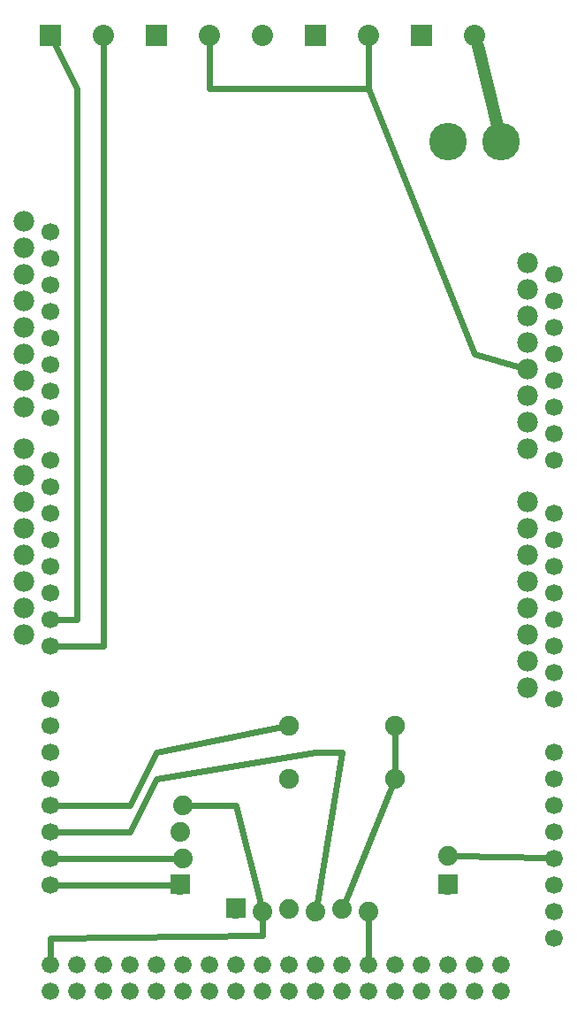
<source format=gbl>
G04 MADE WITH FRITZING*
G04 WWW.FRITZING.ORG*
G04 DOUBLE SIDED*
G04 HOLES PLATED*
G04 CONTOUR ON CENTER OF CONTOUR VECTOR*
%ASAXBY*%
%FSLAX23Y23*%
%MOIN*%
%OFA0B0*%
%SFA1.0B1.0*%
%ADD10C,0.066604*%
%ADD11C,0.066632*%
%ADD12C,0.065993*%
%ADD13C,0.078000*%
%ADD14C,0.074000*%
%ADD15C,0.080000*%
%ADD16C,0.075000*%
%ADD17C,0.141732*%
%ADD18R,0.080000X0.080000*%
%ADD19R,0.080000X0.079986*%
%ADD20C,0.024000*%
%ADD21C,0.048000*%
%ADD22R,0.001000X0.001000*%
%LNCOPPER0*%
G90*
G70*
G54D10*
X2143Y1016D03*
X2143Y916D03*
X2143Y816D03*
X2143Y716D03*
G54D11*
X243Y2376D03*
G54D10*
X2143Y616D03*
X2143Y516D03*
X2143Y416D03*
G54D12*
X1143Y216D03*
G54D10*
X2143Y2016D03*
X2143Y1916D03*
X2143Y2616D03*
X2143Y1816D03*
X2143Y1716D03*
X2143Y1616D03*
X2143Y1516D03*
X2143Y1416D03*
G54D12*
X343Y216D03*
G54D10*
X2143Y1316D03*
G54D12*
X1943Y216D03*
G54D11*
X243Y1816D03*
G54D12*
X743Y216D03*
X1543Y216D03*
G54D11*
X243Y2776D03*
G54D10*
X2143Y2216D03*
G54D11*
X243Y2216D03*
G54D12*
X543Y216D03*
X943Y216D03*
X1343Y216D03*
X1743Y216D03*
G54D11*
X243Y616D03*
X243Y716D03*
X243Y816D03*
X243Y2976D03*
X243Y916D03*
X243Y2576D03*
X243Y1016D03*
X243Y1116D03*
X243Y1216D03*
X243Y1316D03*
G54D10*
X2143Y2816D03*
X2143Y2416D03*
G54D11*
X243Y1616D03*
X243Y2016D03*
G54D12*
X243Y216D03*
X443Y216D03*
X643Y216D03*
X843Y216D03*
X1043Y216D03*
X1243Y216D03*
X1443Y216D03*
X1643Y216D03*
X1843Y216D03*
G54D11*
X243Y3076D03*
X243Y2876D03*
X243Y2676D03*
X243Y2476D03*
G54D10*
X2143Y2916D03*
X2143Y2716D03*
X2143Y2516D03*
X2143Y2316D03*
G54D11*
X243Y1516D03*
X243Y1716D03*
X243Y1916D03*
X243Y2116D03*
G54D12*
X243Y316D03*
X343Y316D03*
X443Y316D03*
X543Y316D03*
X643Y316D03*
X743Y316D03*
X843Y316D03*
X943Y316D03*
X1043Y316D03*
X1143Y316D03*
X1243Y316D03*
X1343Y316D03*
X1443Y316D03*
X1543Y316D03*
X1643Y316D03*
X1743Y316D03*
X1843Y316D03*
X1943Y316D03*
G54D10*
X2143Y1116D03*
X2143Y1016D03*
X2143Y916D03*
X2143Y816D03*
X2143Y716D03*
G54D11*
X243Y2376D03*
G54D10*
X2143Y616D03*
X2143Y516D03*
X2143Y416D03*
G54D12*
X1143Y216D03*
G54D10*
X2143Y2016D03*
X2143Y1916D03*
X2143Y2616D03*
X2143Y1816D03*
X2143Y1716D03*
X2143Y1616D03*
X2143Y1516D03*
X2143Y1416D03*
G54D12*
X343Y216D03*
G54D10*
X2143Y1316D03*
G54D12*
X1943Y216D03*
G54D11*
X243Y1816D03*
G54D12*
X743Y216D03*
X1543Y216D03*
G54D11*
X243Y2776D03*
G54D10*
X2143Y2216D03*
G54D11*
X243Y2216D03*
G54D12*
X543Y216D03*
X943Y216D03*
X1343Y216D03*
X1743Y216D03*
G54D11*
X243Y616D03*
X243Y716D03*
X243Y816D03*
X243Y2976D03*
X243Y916D03*
X243Y2576D03*
X243Y1016D03*
X243Y1116D03*
X243Y1216D03*
X243Y1316D03*
G54D10*
X2143Y2816D03*
X2143Y2416D03*
G54D11*
X243Y1616D03*
X243Y2016D03*
G54D12*
X243Y216D03*
X443Y216D03*
X643Y216D03*
X843Y216D03*
X1043Y216D03*
X1243Y216D03*
X1443Y216D03*
X1643Y216D03*
X1843Y216D03*
G54D11*
X243Y3076D03*
X243Y2876D03*
X243Y2676D03*
X243Y2476D03*
G54D10*
X2143Y2916D03*
X2143Y2716D03*
X2143Y2516D03*
X2143Y2316D03*
G54D11*
X243Y1516D03*
X243Y1716D03*
X243Y1916D03*
X243Y2116D03*
G54D12*
X243Y316D03*
X343Y316D03*
X443Y316D03*
X543Y316D03*
X643Y316D03*
X743Y316D03*
X843Y316D03*
X943Y316D03*
X1043Y316D03*
X1143Y316D03*
X1243Y316D03*
X1343Y316D03*
X1443Y316D03*
X1543Y316D03*
X1643Y316D03*
X1743Y316D03*
X1843Y316D03*
X1943Y316D03*
G54D10*
X2143Y1116D03*
G54D13*
X143Y2416D03*
X143Y2516D03*
X143Y2616D03*
X143Y2716D03*
X143Y2816D03*
X143Y2916D03*
X143Y3016D03*
X143Y3116D03*
X143Y1558D03*
X143Y1658D03*
X143Y1758D03*
X143Y1858D03*
X143Y1958D03*
X143Y2058D03*
X143Y2158D03*
X143Y2258D03*
X2043Y2958D03*
X2043Y2858D03*
X2043Y2758D03*
X2043Y2658D03*
X2043Y2558D03*
X2043Y2458D03*
X2043Y2358D03*
X2043Y2258D03*
X2043Y2058D03*
X2043Y1958D03*
X2043Y1858D03*
X2043Y1758D03*
X2043Y1658D03*
X2043Y1558D03*
X2043Y1458D03*
X2043Y1358D03*
G54D14*
X1743Y616D03*
X1743Y726D03*
X943Y526D03*
X1043Y516D03*
X1143Y526D03*
X1243Y516D03*
X1343Y526D03*
X1443Y516D03*
X733Y616D03*
X743Y716D03*
X733Y816D03*
X743Y916D03*
G54D15*
X843Y3816D03*
X1043Y3816D03*
X643Y3816D03*
X243Y3816D03*
X443Y3816D03*
X1643Y3816D03*
X1843Y3816D03*
X1243Y3816D03*
X1443Y3816D03*
G54D16*
X1543Y1016D03*
X1143Y1016D03*
X1143Y1216D03*
X1543Y1216D03*
G54D17*
X1943Y3416D03*
X1943Y3416D03*
X1743Y3416D03*
X1743Y3416D03*
G54D18*
X643Y3816D03*
G54D19*
X243Y3816D03*
X1643Y3816D03*
X1243Y3816D03*
G54D20*
X702Y616D02*
X273Y616D01*
D02*
X712Y716D02*
X273Y716D01*
D02*
X1774Y725D02*
X2113Y717D01*
D02*
X1543Y1187D02*
X1543Y1045D01*
D02*
X543Y916D02*
X273Y916D01*
D02*
X643Y1116D02*
X543Y916D01*
D02*
X1115Y1210D02*
X643Y1116D01*
D02*
X1843Y2616D02*
X2014Y2566D01*
D02*
X1443Y3616D02*
X1843Y2616D01*
G54D21*
D02*
X1928Y3476D02*
X1854Y3775D01*
G54D20*
D02*
X543Y816D02*
X643Y1016D01*
D02*
X1343Y1116D02*
X1248Y547D01*
D02*
X643Y1016D02*
X1243Y1116D01*
D02*
X273Y816D02*
X543Y816D01*
D02*
X1243Y1116D02*
X1343Y1116D01*
D02*
X1532Y990D02*
X1355Y555D01*
D02*
X243Y416D02*
X1041Y424D01*
D02*
X1041Y424D02*
X1042Y485D01*
D02*
X243Y346D02*
X243Y416D01*
D02*
X1443Y485D02*
X1443Y346D01*
D02*
X774Y916D02*
X943Y916D01*
D02*
X943Y916D02*
X1036Y546D01*
D02*
X1843Y2616D02*
X1443Y3616D01*
D02*
X1443Y3616D02*
X1443Y3785D01*
D02*
X2014Y2566D02*
X1843Y2616D01*
D02*
X443Y3785D02*
X443Y1516D01*
D02*
X443Y1516D02*
X273Y1516D01*
D02*
X343Y3616D02*
X343Y1616D01*
D02*
X343Y1616D02*
X273Y1616D01*
D02*
X257Y3788D02*
X343Y3616D01*
D02*
X1443Y3616D02*
X1443Y3785D01*
D02*
X843Y3785D02*
X843Y3616D01*
D02*
X843Y3616D02*
X1443Y3616D01*
G54D22*
X696Y654D02*
X769Y654D01*
X1706Y654D02*
X1779Y654D01*
X696Y653D02*
X769Y653D01*
X1706Y653D02*
X1779Y653D01*
X696Y652D02*
X769Y652D01*
X1706Y652D02*
X1779Y652D01*
X696Y651D02*
X769Y651D01*
X1706Y651D02*
X1779Y651D01*
X696Y650D02*
X769Y650D01*
X1706Y650D02*
X1779Y650D01*
X696Y649D02*
X769Y649D01*
X1706Y649D02*
X1779Y649D01*
X696Y648D02*
X769Y648D01*
X1706Y648D02*
X1779Y648D01*
X696Y647D02*
X769Y647D01*
X1706Y647D02*
X1779Y647D01*
X696Y646D02*
X769Y646D01*
X1706Y646D02*
X1779Y646D01*
X696Y645D02*
X769Y645D01*
X1706Y645D02*
X1779Y645D01*
X696Y644D02*
X769Y644D01*
X1706Y644D02*
X1779Y644D01*
X696Y643D02*
X769Y643D01*
X1706Y643D02*
X1779Y643D01*
X696Y642D02*
X769Y642D01*
X1706Y642D02*
X1779Y642D01*
X696Y641D02*
X769Y641D01*
X1706Y641D02*
X1779Y641D01*
X696Y640D02*
X769Y640D01*
X1706Y640D02*
X1779Y640D01*
X696Y639D02*
X769Y639D01*
X1706Y639D02*
X1779Y639D01*
X696Y638D02*
X769Y638D01*
X1706Y638D02*
X1779Y638D01*
X696Y637D02*
X728Y637D01*
X737Y637D02*
X769Y637D01*
X1706Y637D02*
X1738Y637D01*
X1747Y637D02*
X1779Y637D01*
X696Y636D02*
X725Y636D01*
X740Y636D02*
X769Y636D01*
X1706Y636D02*
X1734Y636D01*
X1750Y636D02*
X1779Y636D01*
X696Y635D02*
X723Y635D01*
X742Y635D02*
X769Y635D01*
X1706Y635D02*
X1732Y635D01*
X1752Y635D02*
X1779Y635D01*
X696Y634D02*
X721Y634D01*
X744Y634D02*
X769Y634D01*
X1706Y634D02*
X1731Y634D01*
X1754Y634D02*
X1779Y634D01*
X696Y633D02*
X720Y633D01*
X745Y633D02*
X769Y633D01*
X1706Y633D02*
X1729Y633D01*
X1755Y633D02*
X1779Y633D01*
X696Y632D02*
X718Y632D01*
X747Y632D02*
X769Y632D01*
X1706Y632D02*
X1728Y632D01*
X1756Y632D02*
X1779Y632D01*
X696Y631D02*
X717Y631D01*
X748Y631D02*
X769Y631D01*
X1706Y631D02*
X1727Y631D01*
X1757Y631D02*
X1779Y631D01*
X696Y630D02*
X717Y630D01*
X748Y630D02*
X769Y630D01*
X1706Y630D02*
X1726Y630D01*
X1758Y630D02*
X1779Y630D01*
X696Y629D02*
X716Y629D01*
X749Y629D02*
X769Y629D01*
X1706Y629D02*
X1725Y629D01*
X1759Y629D02*
X1779Y629D01*
X696Y628D02*
X715Y628D01*
X750Y628D02*
X769Y628D01*
X1706Y628D02*
X1725Y628D01*
X1760Y628D02*
X1779Y628D01*
X696Y627D02*
X715Y627D01*
X750Y627D02*
X769Y627D01*
X1706Y627D02*
X1724Y627D01*
X1760Y627D02*
X1779Y627D01*
X696Y626D02*
X714Y626D01*
X751Y626D02*
X769Y626D01*
X1706Y626D02*
X1724Y626D01*
X1761Y626D02*
X1779Y626D01*
X696Y625D02*
X714Y625D01*
X751Y625D02*
X769Y625D01*
X1706Y625D02*
X1723Y625D01*
X1761Y625D02*
X1779Y625D01*
X696Y624D02*
X713Y624D01*
X752Y624D02*
X769Y624D01*
X1706Y624D02*
X1723Y624D01*
X1761Y624D02*
X1779Y624D01*
X696Y623D02*
X713Y623D01*
X752Y623D02*
X769Y623D01*
X1706Y623D02*
X1723Y623D01*
X1762Y623D02*
X1779Y623D01*
X696Y622D02*
X713Y622D01*
X752Y622D02*
X769Y622D01*
X1706Y622D02*
X1722Y622D01*
X1762Y622D02*
X1779Y622D01*
X696Y621D02*
X712Y621D01*
X753Y621D02*
X769Y621D01*
X1706Y621D02*
X1722Y621D01*
X1762Y621D02*
X1779Y621D01*
X696Y620D02*
X712Y620D01*
X753Y620D02*
X769Y620D01*
X1706Y620D02*
X1722Y620D01*
X1762Y620D02*
X1779Y620D01*
X696Y619D02*
X712Y619D01*
X753Y619D02*
X769Y619D01*
X1706Y619D02*
X1722Y619D01*
X1762Y619D02*
X1779Y619D01*
X696Y618D02*
X712Y618D01*
X753Y618D02*
X769Y618D01*
X1706Y618D02*
X1722Y618D01*
X1763Y618D02*
X1779Y618D01*
X696Y617D02*
X712Y617D01*
X753Y617D02*
X769Y617D01*
X1706Y617D02*
X1722Y617D01*
X1763Y617D02*
X1779Y617D01*
X696Y616D02*
X712Y616D01*
X753Y616D02*
X769Y616D01*
X1706Y616D02*
X1722Y616D01*
X1762Y616D02*
X1779Y616D01*
X696Y615D02*
X712Y615D01*
X753Y615D02*
X769Y615D01*
X1706Y615D02*
X1722Y615D01*
X1762Y615D02*
X1779Y615D01*
X696Y614D02*
X712Y614D01*
X753Y614D02*
X769Y614D01*
X1706Y614D02*
X1722Y614D01*
X1762Y614D02*
X1779Y614D01*
X696Y613D02*
X713Y613D01*
X752Y613D02*
X769Y613D01*
X1706Y613D02*
X1722Y613D01*
X1762Y613D02*
X1779Y613D01*
X696Y612D02*
X713Y612D01*
X752Y612D02*
X769Y612D01*
X1706Y612D02*
X1722Y612D01*
X1762Y612D02*
X1779Y612D01*
X696Y611D02*
X713Y611D01*
X752Y611D02*
X769Y611D01*
X1706Y611D02*
X1723Y611D01*
X1761Y611D02*
X1779Y611D01*
X696Y610D02*
X713Y610D01*
X752Y610D02*
X769Y610D01*
X1706Y610D02*
X1723Y610D01*
X1761Y610D02*
X1779Y610D01*
X696Y609D02*
X714Y609D01*
X751Y609D02*
X769Y609D01*
X1706Y609D02*
X1724Y609D01*
X1761Y609D02*
X1779Y609D01*
X696Y608D02*
X714Y608D01*
X751Y608D02*
X769Y608D01*
X1706Y608D02*
X1724Y608D01*
X1760Y608D02*
X1779Y608D01*
X696Y607D02*
X715Y607D01*
X750Y607D02*
X769Y607D01*
X1706Y607D02*
X1725Y607D01*
X1760Y607D02*
X1779Y607D01*
X696Y606D02*
X716Y606D01*
X749Y606D02*
X769Y606D01*
X1706Y606D02*
X1725Y606D01*
X1759Y606D02*
X1779Y606D01*
X696Y605D02*
X716Y605D01*
X749Y605D02*
X769Y605D01*
X1706Y605D02*
X1726Y605D01*
X1758Y605D02*
X1779Y605D01*
X696Y604D02*
X717Y604D01*
X748Y604D02*
X769Y604D01*
X1706Y604D02*
X1727Y604D01*
X1757Y604D02*
X1779Y604D01*
X696Y603D02*
X718Y603D01*
X747Y603D02*
X769Y603D01*
X1706Y603D02*
X1728Y603D01*
X1756Y603D02*
X1779Y603D01*
X696Y602D02*
X719Y602D01*
X746Y602D02*
X769Y602D01*
X1706Y602D02*
X1729Y602D01*
X1755Y602D02*
X1779Y602D01*
X696Y601D02*
X721Y601D01*
X744Y601D02*
X769Y601D01*
X1706Y601D02*
X1730Y601D01*
X1754Y601D02*
X1779Y601D01*
X696Y600D02*
X722Y600D01*
X743Y600D02*
X769Y600D01*
X1706Y600D02*
X1732Y600D01*
X1752Y600D02*
X1779Y600D01*
X696Y599D02*
X724Y599D01*
X741Y599D02*
X769Y599D01*
X1706Y599D02*
X1734Y599D01*
X1750Y599D02*
X1779Y599D01*
X696Y598D02*
X727Y598D01*
X738Y598D02*
X769Y598D01*
X1706Y598D02*
X1737Y598D01*
X1747Y598D02*
X1779Y598D01*
X696Y597D02*
X769Y597D01*
X1706Y597D02*
X1779Y597D01*
X696Y596D02*
X769Y596D01*
X1706Y596D02*
X1779Y596D01*
X696Y595D02*
X769Y595D01*
X1706Y595D02*
X1779Y595D01*
X696Y594D02*
X769Y594D01*
X1706Y594D02*
X1779Y594D01*
X696Y593D02*
X769Y593D01*
X1706Y593D02*
X1779Y593D01*
X696Y592D02*
X769Y592D01*
X1706Y592D02*
X1779Y592D01*
X696Y591D02*
X769Y591D01*
X1706Y591D02*
X1779Y591D01*
X696Y590D02*
X769Y590D01*
X1706Y590D02*
X1779Y590D01*
X696Y589D02*
X769Y589D01*
X1706Y589D02*
X1779Y589D01*
X696Y588D02*
X769Y588D01*
X1706Y588D02*
X1779Y588D01*
X696Y587D02*
X769Y587D01*
X1706Y587D02*
X1779Y587D01*
X696Y586D02*
X769Y586D01*
X1706Y586D02*
X1779Y586D01*
X696Y585D02*
X769Y585D01*
X1706Y585D02*
X1779Y585D01*
X696Y584D02*
X769Y584D01*
X1706Y584D02*
X1779Y584D01*
X696Y583D02*
X769Y583D01*
X1706Y583D02*
X1779Y583D01*
X696Y582D02*
X769Y582D01*
X1706Y582D02*
X1779Y582D01*
X696Y581D02*
X769Y581D01*
X1706Y581D02*
X1779Y581D01*
X906Y564D02*
X979Y564D01*
X906Y563D02*
X979Y563D01*
X906Y562D02*
X979Y562D01*
X906Y561D02*
X979Y561D01*
X906Y560D02*
X979Y560D01*
X906Y559D02*
X979Y559D01*
X906Y558D02*
X979Y558D01*
X906Y557D02*
X979Y557D01*
X906Y556D02*
X979Y556D01*
X906Y555D02*
X979Y555D01*
X906Y554D02*
X979Y554D01*
X906Y553D02*
X979Y553D01*
X906Y552D02*
X979Y552D01*
X906Y551D02*
X979Y551D01*
X906Y550D02*
X979Y550D01*
X906Y549D02*
X979Y549D01*
X906Y548D02*
X979Y548D01*
X906Y547D02*
X938Y547D01*
X947Y547D02*
X979Y547D01*
X906Y546D02*
X935Y546D01*
X950Y546D02*
X979Y546D01*
X906Y545D02*
X933Y545D01*
X952Y545D02*
X979Y545D01*
X906Y544D02*
X931Y544D01*
X954Y544D02*
X979Y544D01*
X906Y543D02*
X930Y543D01*
X955Y543D02*
X979Y543D01*
X906Y542D02*
X928Y542D01*
X957Y542D02*
X979Y542D01*
X906Y541D02*
X927Y541D01*
X958Y541D02*
X979Y541D01*
X906Y540D02*
X927Y540D01*
X958Y540D02*
X979Y540D01*
X906Y539D02*
X926Y539D01*
X959Y539D02*
X979Y539D01*
X906Y538D02*
X925Y538D01*
X960Y538D02*
X979Y538D01*
X906Y537D02*
X924Y537D01*
X960Y537D02*
X979Y537D01*
X906Y536D02*
X924Y536D01*
X961Y536D02*
X979Y536D01*
X906Y535D02*
X923Y535D01*
X961Y535D02*
X979Y535D01*
X906Y534D02*
X923Y534D01*
X962Y534D02*
X979Y534D01*
X906Y533D02*
X923Y533D01*
X962Y533D02*
X979Y533D01*
X906Y532D02*
X923Y532D01*
X962Y532D02*
X979Y532D01*
X906Y531D02*
X922Y531D01*
X963Y531D02*
X979Y531D01*
X906Y530D02*
X922Y530D01*
X963Y530D02*
X979Y530D01*
X906Y529D02*
X922Y529D01*
X963Y529D02*
X979Y529D01*
X906Y528D02*
X922Y528D01*
X963Y528D02*
X979Y528D01*
X906Y527D02*
X922Y527D01*
X963Y527D02*
X979Y527D01*
X906Y526D02*
X922Y526D01*
X963Y526D02*
X979Y526D01*
X906Y525D02*
X922Y525D01*
X963Y525D02*
X979Y525D01*
X906Y524D02*
X922Y524D01*
X963Y524D02*
X979Y524D01*
X906Y523D02*
X922Y523D01*
X962Y523D02*
X979Y523D01*
X906Y522D02*
X923Y522D01*
X962Y522D02*
X979Y522D01*
X906Y521D02*
X923Y521D01*
X962Y521D02*
X979Y521D01*
X906Y520D02*
X923Y520D01*
X961Y520D02*
X979Y520D01*
X906Y519D02*
X924Y519D01*
X961Y519D02*
X979Y519D01*
X906Y518D02*
X924Y518D01*
X960Y518D02*
X979Y518D01*
X906Y517D02*
X925Y517D01*
X960Y517D02*
X979Y517D01*
X906Y516D02*
X926Y516D01*
X959Y516D02*
X979Y516D01*
X906Y515D02*
X926Y515D01*
X958Y515D02*
X979Y515D01*
X906Y514D02*
X927Y514D01*
X958Y514D02*
X979Y514D01*
X906Y513D02*
X928Y513D01*
X957Y513D02*
X979Y513D01*
X906Y512D02*
X929Y512D01*
X955Y512D02*
X979Y512D01*
X906Y511D02*
X931Y511D01*
X954Y511D02*
X979Y511D01*
X906Y510D02*
X932Y510D01*
X953Y510D02*
X979Y510D01*
X906Y509D02*
X934Y509D01*
X951Y509D02*
X979Y509D01*
X906Y508D02*
X937Y508D01*
X947Y508D02*
X979Y508D01*
X906Y507D02*
X979Y507D01*
X906Y506D02*
X979Y506D01*
X906Y505D02*
X979Y505D01*
X906Y504D02*
X979Y504D01*
X906Y503D02*
X979Y503D01*
X906Y502D02*
X979Y502D01*
X906Y501D02*
X979Y501D01*
X906Y500D02*
X979Y500D01*
X906Y499D02*
X979Y499D01*
X906Y498D02*
X979Y498D01*
X906Y497D02*
X979Y497D01*
X906Y496D02*
X979Y496D01*
X906Y495D02*
X979Y495D01*
X906Y494D02*
X979Y494D01*
X906Y493D02*
X979Y493D01*
X906Y492D02*
X979Y492D01*
X906Y491D02*
X979Y491D01*
D02*
G04 End of Copper0*
M02*
</source>
